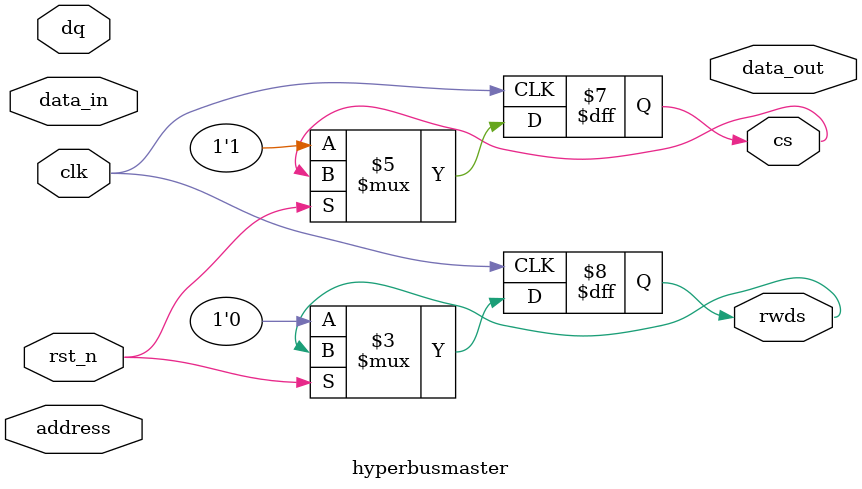
<source format=v>
module hyperbusmaster(
    input wire clk,
    input wire rst_n,
    output reg cs,
    inout wire dq,
    output reg rwds,
    input wire [31:0] address,
    input wire [31:0] data_in,
    output reg [31:0] data_out
);

always @(posedge clk) begin
        if (!rst_n) begin
            cs <= 1;
            rwds <= 0;
        end 
        
    end



endmodule

</source>
